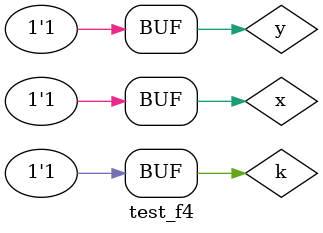
<source format=v>
module f4 (output s, input a,input b, input k);

wire s1, s2, s3, s4, xxx;

and and1(s1, a, b);
and and2(s2, a, k);
and and3(s3, b, k);

or or1 (s4, s2, s3);
or or2 (s, s1, s4);

endmodule
module test_f4;
// ------------------------- definir dados
reg x;
reg y;
reg k;
wire s;
f4 modulo (s, x, y, k);
// ------------------------- parte principal
initial begin
$display("Exemplo0032 - Raphael Quintao - 445171");
$display("Test LU's module");

x = 0; y = 0; k = 0;

$monitor("x = %1b -- y = %1b k = %1b Resultado = %1b",x,y,k,s );

#1x = 0; y = 1; k = 0;
#1x = 1; y = 0; k = 0;
#1x = 1; y = 1; k = 0;

#1x = 0; y = 0; k = 1;
$display("\n");


#1x = 0; y = 1; k = 1;
#1x = 1; y = 0; k = 1;
#1x = 1; y = 1; k = 1;

end
endmodule // test_f4
</source>
